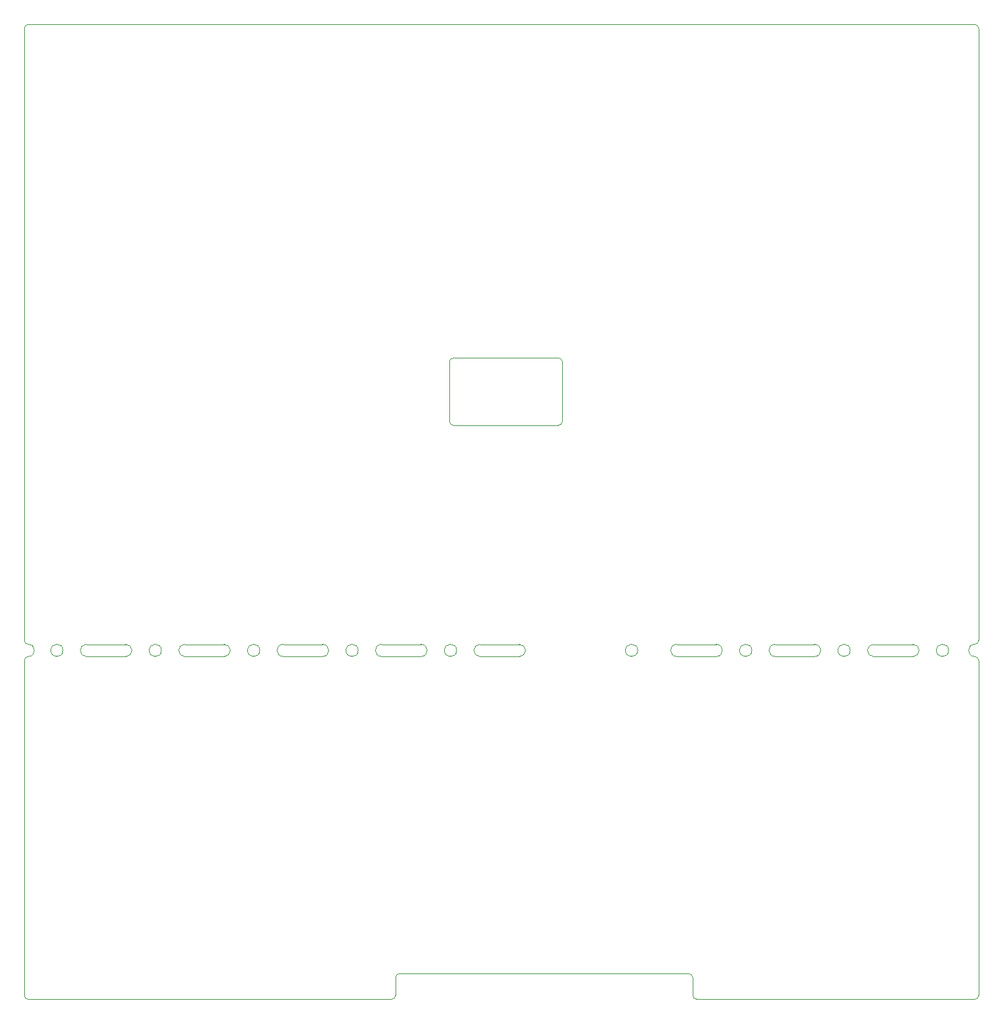
<source format=gbr>
%TF.GenerationSoftware,KiCad,Pcbnew,7.0.2*%
%TF.CreationDate,2024-01-05T18:48:20-08:00*%
%TF.ProjectId,MuKOB,4d754b4f-422e-46b6-9963-61645f706362,1.0*%
%TF.SameCoordinates,Original*%
%TF.FileFunction,Profile,NP*%
%FSLAX46Y46*%
G04 Gerber Fmt 4.6, Leading zero omitted, Abs format (unit mm)*
G04 Created by KiCad (PCBNEW 7.0.2) date 2024-01-05 18:48:20*
%MOMM*%
%LPD*%
G01*
G04 APERTURE LIST*
%TA.AperFunction,Profile*%
%ADD10C,0.100000*%
%TD*%
G04 APERTURE END LIST*
D10*
X133824980Y-129731134D02*
X138918314Y-129731134D01*
X83023074Y-129731134D02*
X88116408Y-129731134D01*
X54611300Y-130523000D02*
G75*
G03*
X54611300Y-130523000I-792480J0D01*
G01*
X128783080Y-130523000D02*
G75*
G03*
X128783080Y-130523000I-792480J0D01*
G01*
X135890000Y-172720000D02*
G75*
G03*
X135382000Y-172212000I-508000J0D01*
G01*
X105411300Y-130523000D02*
G75*
G03*
X105411300Y-130523000I-792480J0D01*
G01*
X95723074Y-129731134D02*
X100816408Y-129731134D01*
X104981810Y-92815210D02*
G75*
G03*
X104473810Y-93323210I-10J-507990D01*
G01*
X113517361Y-131314866D02*
G75*
G03*
X113517361Y-129731134I39J791866D01*
G01*
X146524980Y-129731134D02*
X151618314Y-129731134D01*
X151618314Y-131314826D02*
X146524980Y-131314826D01*
X98044000Y-172212000D02*
G75*
G03*
X97536000Y-172720000I0J-508000D01*
G01*
X62715455Y-131314826D02*
X57622121Y-131314826D01*
X135890000Y-175006000D02*
G75*
G03*
X136398000Y-175514000I508000J0D01*
G01*
X108424027Y-129731134D02*
X113517361Y-129731134D01*
X67311300Y-130523000D02*
G75*
G03*
X67311300Y-130523000I-792480J0D01*
G01*
X172288200Y-129728000D02*
G75*
G03*
X172796200Y-129219960I0J508000D01*
G01*
X80011300Y-130523000D02*
G75*
G03*
X80011300Y-130523000I-792480J0D01*
G01*
X172796874Y-131823460D02*
G75*
G03*
X172288200Y-131314826I-508674J-40D01*
G01*
X50114200Y-131317366D02*
G75*
G03*
X49605566Y-131826000I0J-508634D01*
G01*
X88116408Y-131314866D02*
G75*
G03*
X88116408Y-129731134I-8J791866D01*
G01*
X95723074Y-129731174D02*
G75*
G03*
X95723074Y-131314826I26J-791826D01*
G01*
X62715455Y-131314866D02*
G75*
G03*
X62715455Y-129731134I45J791866D01*
G01*
X97536000Y-172720000D02*
X97536000Y-175006000D01*
X104473810Y-100961390D02*
X104473810Y-93323210D01*
X172796834Y-131823460D02*
X172796834Y-175006000D01*
X50114200Y-49784000D02*
G75*
G03*
X49606200Y-50292000I0J-508000D01*
G01*
X118563590Y-101469390D02*
G75*
G03*
X119071590Y-100961390I10J507990D01*
G01*
X100816408Y-131314826D02*
X95723074Y-131314826D01*
X83023074Y-129731174D02*
G75*
G03*
X83023074Y-131314826I26J-791826D01*
G01*
X172796200Y-129219960D02*
X172796200Y-50292000D01*
X108424027Y-129731174D02*
G75*
G03*
X108424027Y-131314826I-27J-791826D01*
G01*
X97028000Y-175514000D02*
G75*
G03*
X97536000Y-175006000I0J508000D01*
G01*
X104981810Y-92815210D02*
X118563590Y-92815210D01*
X57622121Y-129731174D02*
G75*
G03*
X57622121Y-131314826I-21J-791826D01*
G01*
X172288200Y-175514000D02*
G75*
G03*
X172796200Y-175006000I0J508000D01*
G01*
X75415455Y-131314826D02*
X70322121Y-131314826D01*
X138918314Y-131314826D02*
X133824980Y-131314826D01*
X88116408Y-131314826D02*
X83023074Y-131314826D01*
X146524980Y-129731174D02*
G75*
G03*
X146524980Y-131314826I20J-791826D01*
G01*
X57622121Y-129731134D02*
X62715455Y-129731134D01*
X135890000Y-172720000D02*
X135890000Y-175006000D01*
X172288200Y-175514000D02*
X136398000Y-175514000D01*
X113517361Y-131314826D02*
X108424027Y-131314826D01*
X100816408Y-131314866D02*
G75*
G03*
X100816408Y-129731134I-8J791866D01*
G01*
X92711300Y-130523000D02*
G75*
G03*
X92711300Y-130523000I-792480J0D01*
G01*
X97028000Y-175514000D02*
X50114200Y-175514000D01*
X172796200Y-50292000D02*
G75*
G03*
X172288200Y-49784000I-508000J0D01*
G01*
X49606200Y-129222500D02*
X49606200Y-50292000D01*
X135382000Y-172212000D02*
X98044000Y-172212000D01*
X49606200Y-175006000D02*
G75*
G03*
X50114200Y-175514000I508000J0D01*
G01*
X143511300Y-130523000D02*
G75*
G03*
X143511300Y-130523000I-792480J0D01*
G01*
X172288200Y-129731174D02*
G75*
G03*
X172288200Y-131314826I0J-791826D01*
G01*
X138918314Y-131314866D02*
G75*
G03*
X138918314Y-129731134I-14J791866D01*
G01*
X156211300Y-130523000D02*
G75*
G03*
X156211300Y-130523000I-792480J0D01*
G01*
X118563590Y-101469390D02*
X104981810Y-101469390D01*
X133824980Y-129731174D02*
G75*
G03*
X133824980Y-131314826I20J-791826D01*
G01*
X159225933Y-129731174D02*
G75*
G03*
X159225933Y-131314826I-33J-791826D01*
G01*
X104473810Y-100961390D02*
G75*
G03*
X104981810Y-101469390I507990J-10D01*
G01*
X70322121Y-129731134D02*
X75415455Y-129731134D01*
X49606200Y-129222500D02*
G75*
G03*
X50114200Y-129730500I508000J0D01*
G01*
X119071590Y-93323210D02*
X119071590Y-100961390D01*
X70322121Y-129731174D02*
G75*
G03*
X70322121Y-131314826I-21J-791826D01*
G01*
X50114200Y-131317326D02*
G75*
G03*
X50114200Y-129733674I0J791826D01*
G01*
X164319267Y-131314826D02*
X159225933Y-131314826D01*
X75415455Y-131314866D02*
G75*
G03*
X75415455Y-129731134I45J791866D01*
G01*
X159225933Y-129731134D02*
X164319267Y-129731134D01*
X50114200Y-49784000D02*
X172288200Y-49784000D01*
X151618314Y-131314866D02*
G75*
G03*
X151618314Y-129731134I-14J791866D01*
G01*
X168911300Y-130523000D02*
G75*
G03*
X168911300Y-130523000I-792480J0D01*
G01*
X164319267Y-131314866D02*
G75*
G03*
X164319267Y-129731134I33J791866D01*
G01*
X119071590Y-93323210D02*
G75*
G03*
X118563590Y-92815210I-507990J10D01*
G01*
X49605566Y-131826000D02*
X49605566Y-175006000D01*
M02*

</source>
